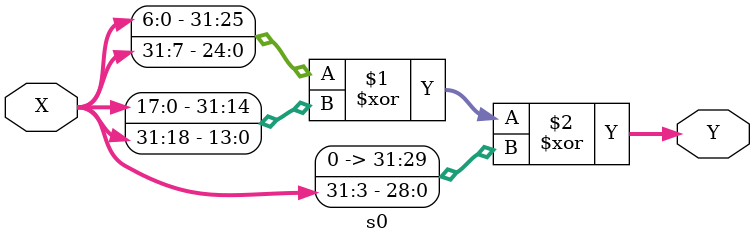
<source format=sv>
module s0(
 input logic [31:0] X,
 output logic [31:0] Y
);


assign Y = {X[6:0],X[31:7]} ^ {X[17:0],X[31:18]}^ {3'b000, X[31 : 3]};


endmodule

</source>
